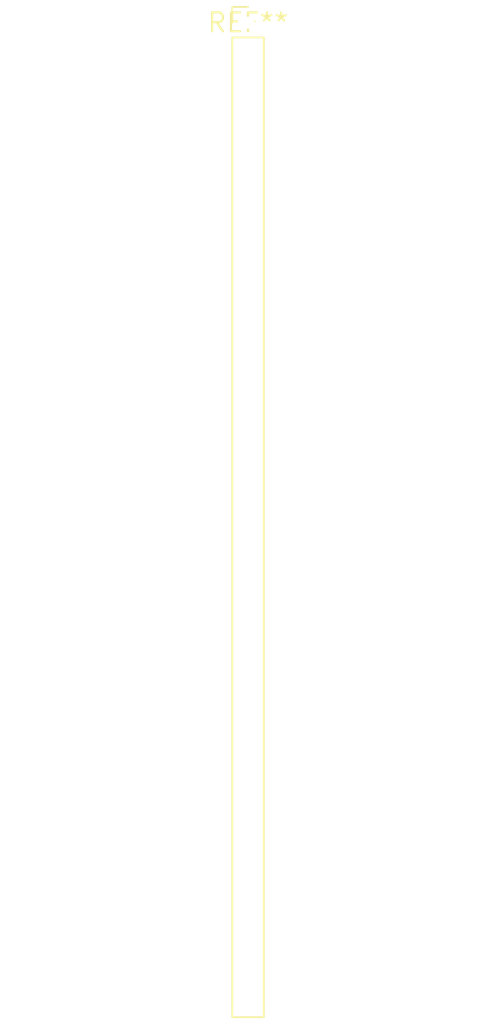
<source format=kicad_pcb>
(kicad_pcb (version 20240108) (generator pcbnew)
  (layers (0 "F.Cu" signal) (31 "B.Cu" signal) (34 "B.Paste" user) (35 "F.Paste" user) (36 "B.SilkS" user "B.Silkscreen") (37 "F.SilkS" user "F.Silkscreen") (38 "B.Mask" user) (39 "F.Mask" user) (44 "Edge.Cuts" user))
  (net 0 "")
  (footprint "PinHeader_1x34_P2.00mm_Vertical" (layer "F.Cu") (at 0 0)
    (property "Reference" "REF**")
    (property "Value" "PinHeader_1x34_P2.00mm_Vertical")
    (fp_line (start -1.06 -1.06) (end 0 -1.06) (layer "F.SilkS") (stroke (width 0.12)))
    (fp_line (start -1.06 0) (end -1.06 -1.06) (layer "F.SilkS") (stroke (width 0.12)))
    (fp_line (start -1.06 1) (end -1.06 67.06) (layer "F.SilkS") (stroke (width 0.12)))
    (fp_line (start -1.06 1) (end 1.06 1) (layer "F.SilkS") (stroke (width 0.12)))
    (fp_line (start -1.06 67.06) (end 1.06 67.06) (layer "F.SilkS") (stroke (width 0.12)))
    (fp_line (start 1.06 1) (end 1.06 67.06) (layer "F.SilkS") (stroke (width 0.12)))
    (pad "1" thru_hole rect (at 0 0) (size 1.35 1.35) (drill 0.8) (layers *.Cu *.Mask) (remove_unused_layers))
    (pad "2" thru_hole oval (at 0 2) (size 1.35 1.35) (drill 0.8) (layers *.Cu *.Mask) (remove_unused_layers))
    (pad "3" thru_hole oval (at 0 4) (size 1.35 1.35) (drill 0.8) (layers *.Cu *.Mask) (remove_unused_layers))
    (pad "4" thru_hole oval (at 0 6) (size 1.35 1.35) (drill 0.8) (layers *.Cu *.Mask) (remove_unused_layers))
    (pad "5" thru_hole oval (at 0 8) (size 1.35 1.35) (drill 0.8) (layers *.Cu *.Mask) (remove_unused_layers))
    (pad "6" thru_hole oval (at 0 10) (size 1.35 1.35) (drill 0.8) (layers *.Cu *.Mask) (remove_unused_layers))
    (pad "7" thru_hole oval (at 0 12) (size 1.35 1.35) (drill 0.8) (layers *.Cu *.Mask) (remove_unused_layers))
    (pad "8" thru_hole oval (at 0 14) (size 1.35 1.35) (drill 0.8) (layers *.Cu *.Mask) (remove_unused_layers))
    (pad "9" thru_hole oval (at 0 16) (size 1.35 1.35) (drill 0.8) (layers *.Cu *.Mask) (remove_unused_layers))
    (pad "10" thru_hole oval (at 0 18) (size 1.35 1.35) (drill 0.8) (layers *.Cu *.Mask) (remove_unused_layers))
    (pad "11" thru_hole oval (at 0 20) (size 1.35 1.35) (drill 0.8) (layers *.Cu *.Mask) (remove_unused_layers))
    (pad "12" thru_hole oval (at 0 22) (size 1.35 1.35) (drill 0.8) (layers *.Cu *.Mask) (remove_unused_layers))
    (pad "13" thru_hole oval (at 0 24) (size 1.35 1.35) (drill 0.8) (layers *.Cu *.Mask) (remove_unused_layers))
    (pad "14" thru_hole oval (at 0 26) (size 1.35 1.35) (drill 0.8) (layers *.Cu *.Mask) (remove_unused_layers))
    (pad "15" thru_hole oval (at 0 28) (size 1.35 1.35) (drill 0.8) (layers *.Cu *.Mask) (remove_unused_layers))
    (pad "16" thru_hole oval (at 0 30) (size 1.35 1.35) (drill 0.8) (layers *.Cu *.Mask) (remove_unused_layers))
    (pad "17" thru_hole oval (at 0 32) (size 1.35 1.35) (drill 0.8) (layers *.Cu *.Mask) (remove_unused_layers))
    (pad "18" thru_hole oval (at 0 34) (size 1.35 1.35) (drill 0.8) (layers *.Cu *.Mask) (remove_unused_layers))
    (pad "19" thru_hole oval (at 0 36) (size 1.35 1.35) (drill 0.8) (layers *.Cu *.Mask) (remove_unused_layers))
    (pad "20" thru_hole oval (at 0 38) (size 1.35 1.35) (drill 0.8) (layers *.Cu *.Mask) (remove_unused_layers))
    (pad "21" thru_hole oval (at 0 40) (size 1.35 1.35) (drill 0.8) (layers *.Cu *.Mask) (remove_unused_layers))
    (pad "22" thru_hole oval (at 0 42) (size 1.35 1.35) (drill 0.8) (layers *.Cu *.Mask) (remove_unused_layers))
    (pad "23" thru_hole oval (at 0 44) (size 1.35 1.35) (drill 0.8) (layers *.Cu *.Mask) (remove_unused_layers))
    (pad "24" thru_hole oval (at 0 46) (size 1.35 1.35) (drill 0.8) (layers *.Cu *.Mask) (remove_unused_layers))
    (pad "25" thru_hole oval (at 0 48) (size 1.35 1.35) (drill 0.8) (layers *.Cu *.Mask) (remove_unused_layers))
    (pad "26" thru_hole oval (at 0 50) (size 1.35 1.35) (drill 0.8) (layers *.Cu *.Mask) (remove_unused_layers))
    (pad "27" thru_hole oval (at 0 52) (size 1.35 1.35) (drill 0.8) (layers *.Cu *.Mask) (remove_unused_layers))
    (pad "28" thru_hole oval (at 0 54) (size 1.35 1.35) (drill 0.8) (layers *.Cu *.Mask) (remove_unused_layers))
    (pad "29" thru_hole oval (at 0 56) (size 1.35 1.35) (drill 0.8) (layers *.Cu *.Mask) (remove_unused_layers))
    (pad "30" thru_hole oval (at 0 58) (size 1.35 1.35) (drill 0.8) (layers *.Cu *.Mask) (remove_unused_layers))
    (pad "31" thru_hole oval (at 0 60) (size 1.35 1.35) (drill 0.8) (layers *.Cu *.Mask) (remove_unused_layers))
    (pad "32" thru_hole oval (at 0 62) (size 1.35 1.35) (drill 0.8) (layers *.Cu *.Mask) (remove_unused_layers))
    (pad "33" thru_hole oval (at 0 64) (size 1.35 1.35) (drill 0.8) (layers *.Cu *.Mask) (remove_unused_layers))
    (pad "34" thru_hole oval (at 0 66) (size 1.35 1.35) (drill 0.8) (layers *.Cu *.Mask) (remove_unused_layers))
  )
)
</source>
